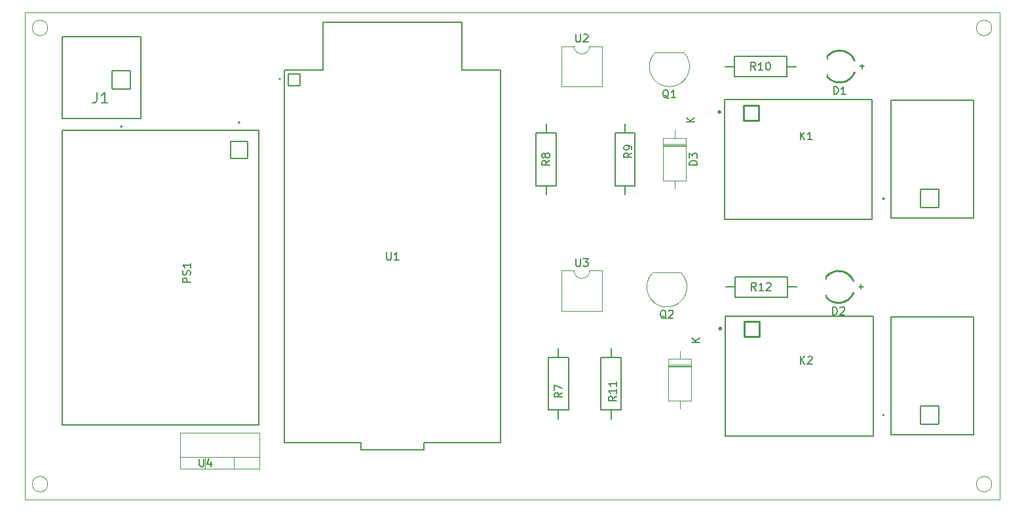
<source format=gbr>
%TF.GenerationSoftware,KiCad,Pcbnew,8.0.6-8.0.6-0~ubuntu22.04.1*%
%TF.CreationDate,2024-11-01T09:16:27+07:00*%
%TF.ProjectId,projectGATE,70726f6a-6563-4744-9741-54452e6b6963,rev?*%
%TF.SameCoordinates,Original*%
%TF.FileFunction,Legend,Top*%
%TF.FilePolarity,Positive*%
%FSLAX46Y46*%
G04 Gerber Fmt 4.6, Leading zero omitted, Abs format (unit mm)*
G04 Created by KiCad (PCBNEW 8.0.6-8.0.6-0~ubuntu22.04.1) date 2024-11-01 09:16:27*
%MOMM*%
%LPD*%
G01*
G04 APERTURE LIST*
G04 Aperture macros list*
%AMRoundRect*
0 Rectangle with rounded corners*
0 $1 Rounding radius*
0 $2 $3 $4 $5 $6 $7 $8 $9 X,Y pos of 4 corners*
0 Add a 4 corners polygon primitive as box body*
4,1,4,$2,$3,$4,$5,$6,$7,$8,$9,$2,$3,0*
0 Add four circle primitives for the rounded corners*
1,1,$1+$1,$2,$3*
1,1,$1+$1,$4,$5*
1,1,$1+$1,$6,$7*
1,1,$1+$1,$8,$9*
0 Add four rect primitives between the rounded corners*
20,1,$1+$1,$2,$3,$4,$5,0*
20,1,$1+$1,$4,$5,$6,$7,0*
20,1,$1+$1,$6,$7,$8,$9,0*
20,1,$1+$1,$8,$9,$2,$3,0*%
G04 Aperture macros list end*
%ADD10C,0.150000*%
%ADD11C,0.120000*%
%ADD12C,0.200000*%
%ADD13C,0.220000*%
%ADD14C,0.127000*%
%ADD15C,0.300000*%
%ADD16R,2.200000X2.200000*%
%ADD17O,2.200000X2.200000*%
%ADD18C,1.712000*%
%ADD19R,1.905000X2.000000*%
%ADD20O,1.905000X2.000000*%
%ADD21C,1.404000*%
%ADD22RoundRect,0.102000X-0.765000X-0.765000X0.765000X-0.765000X0.765000X0.765000X-0.765000X0.765000X0*%
%ADD23C,1.734000*%
%ADD24RoundRect,0.102000X-1.125000X1.125000X-1.125000X-1.125000X1.125000X-1.125000X1.125000X1.125000X0*%
%ADD25C,2.454000*%
%ADD26RoundRect,0.102000X1.200000X-1.200000X1.200000X1.200000X-1.200000X1.200000X-1.200000X-1.200000X0*%
%ADD27C,2.604000*%
%ADD28R,1.600000X1.600000*%
%ADD29O,1.600000X1.600000*%
%ADD30RoundRect,0.102000X-0.990000X-0.990000X0.990000X-0.990000X0.990000X0.990000X-0.990000X0.990000X0*%
%ADD31C,2.184000*%
%ADD32C,2.139000*%
%ADD33R,1.050000X1.500000*%
%ADD34O,1.050000X1.500000*%
%ADD35RoundRect,0.102000X1.200000X1.200000X-1.200000X1.200000X-1.200000X-1.200000X1.200000X-1.200000X0*%
%TA.AperFunction,Profile*%
%ADD36C,0.050000*%
%TD*%
G04 APERTURE END LIST*
D10*
X175924819Y-87738094D02*
X174924819Y-87738094D01*
X174924819Y-87738094D02*
X174924819Y-87499999D01*
X174924819Y-87499999D02*
X174972438Y-87357142D01*
X174972438Y-87357142D02*
X175067676Y-87261904D01*
X175067676Y-87261904D02*
X175162914Y-87214285D01*
X175162914Y-87214285D02*
X175353390Y-87166666D01*
X175353390Y-87166666D02*
X175496247Y-87166666D01*
X175496247Y-87166666D02*
X175686723Y-87214285D01*
X175686723Y-87214285D02*
X175781961Y-87261904D01*
X175781961Y-87261904D02*
X175877200Y-87357142D01*
X175877200Y-87357142D02*
X175924819Y-87499999D01*
X175924819Y-87499999D02*
X175924819Y-87738094D01*
X174924819Y-86833332D02*
X174924819Y-86214285D01*
X174924819Y-86214285D02*
X175305771Y-86547618D01*
X175305771Y-86547618D02*
X175305771Y-86404761D01*
X175305771Y-86404761D02*
X175353390Y-86309523D01*
X175353390Y-86309523D02*
X175401009Y-86261904D01*
X175401009Y-86261904D02*
X175496247Y-86214285D01*
X175496247Y-86214285D02*
X175734342Y-86214285D01*
X175734342Y-86214285D02*
X175829580Y-86261904D01*
X175829580Y-86261904D02*
X175877200Y-86309523D01*
X175877200Y-86309523D02*
X175924819Y-86404761D01*
X175924819Y-86404761D02*
X175924819Y-86690475D01*
X175924819Y-86690475D02*
X175877200Y-86785713D01*
X175877200Y-86785713D02*
X175829580Y-86833332D01*
X175554819Y-82181904D02*
X174554819Y-82181904D01*
X175554819Y-81610476D02*
X174983390Y-82039047D01*
X174554819Y-81610476D02*
X175126247Y-82181904D01*
X193451905Y-107089819D02*
X193451905Y-106089819D01*
X193451905Y-106089819D02*
X193690000Y-106089819D01*
X193690000Y-106089819D02*
X193832857Y-106137438D01*
X193832857Y-106137438D02*
X193928095Y-106232676D01*
X193928095Y-106232676D02*
X193975714Y-106327914D01*
X193975714Y-106327914D02*
X194023333Y-106518390D01*
X194023333Y-106518390D02*
X194023333Y-106661247D01*
X194023333Y-106661247D02*
X193975714Y-106851723D01*
X193975714Y-106851723D02*
X193928095Y-106946961D01*
X193928095Y-106946961D02*
X193832857Y-107042200D01*
X193832857Y-107042200D02*
X193690000Y-107089819D01*
X193690000Y-107089819D02*
X193451905Y-107089819D01*
X194404286Y-106185057D02*
X194451905Y-106137438D01*
X194451905Y-106137438D02*
X194547143Y-106089819D01*
X194547143Y-106089819D02*
X194785238Y-106089819D01*
X194785238Y-106089819D02*
X194880476Y-106137438D01*
X194880476Y-106137438D02*
X194928095Y-106185057D01*
X194928095Y-106185057D02*
X194975714Y-106280295D01*
X194975714Y-106280295D02*
X194975714Y-106375533D01*
X194975714Y-106375533D02*
X194928095Y-106518390D01*
X194928095Y-106518390D02*
X194356667Y-107089819D01*
X194356667Y-107089819D02*
X194975714Y-107089819D01*
X196785238Y-103457533D02*
X197394762Y-103457533D01*
X197090000Y-103762295D02*
X197090000Y-103152771D01*
X111598095Y-125719819D02*
X111598095Y-126529342D01*
X111598095Y-126529342D02*
X111645714Y-126624580D01*
X111645714Y-126624580D02*
X111693333Y-126672200D01*
X111693333Y-126672200D02*
X111788571Y-126719819D01*
X111788571Y-126719819D02*
X111979047Y-126719819D01*
X111979047Y-126719819D02*
X112074285Y-126672200D01*
X112074285Y-126672200D02*
X112121904Y-126624580D01*
X112121904Y-126624580D02*
X112169523Y-126529342D01*
X112169523Y-126529342D02*
X112169523Y-125719819D01*
X113074285Y-126053152D02*
X113074285Y-126719819D01*
X112836190Y-125672200D02*
X112598095Y-126386485D01*
X112598095Y-126386485D02*
X113217142Y-126386485D01*
X158454819Y-117166666D02*
X157978628Y-117499999D01*
X158454819Y-117738094D02*
X157454819Y-117738094D01*
X157454819Y-117738094D02*
X157454819Y-117357142D01*
X157454819Y-117357142D02*
X157502438Y-117261904D01*
X157502438Y-117261904D02*
X157550057Y-117214285D01*
X157550057Y-117214285D02*
X157645295Y-117166666D01*
X157645295Y-117166666D02*
X157788152Y-117166666D01*
X157788152Y-117166666D02*
X157883390Y-117214285D01*
X157883390Y-117214285D02*
X157931009Y-117261904D01*
X157931009Y-117261904D02*
X157978628Y-117357142D01*
X157978628Y-117357142D02*
X157978628Y-117738094D01*
X157454819Y-116833332D02*
X157454819Y-116166666D01*
X157454819Y-116166666D02*
X158454819Y-116595237D01*
X135788095Y-99014819D02*
X135788095Y-99824342D01*
X135788095Y-99824342D02*
X135835714Y-99919580D01*
X135835714Y-99919580D02*
X135883333Y-99967200D01*
X135883333Y-99967200D02*
X135978571Y-100014819D01*
X135978571Y-100014819D02*
X136169047Y-100014819D01*
X136169047Y-100014819D02*
X136264285Y-99967200D01*
X136264285Y-99967200D02*
X136311904Y-99919580D01*
X136311904Y-99919580D02*
X136359523Y-99824342D01*
X136359523Y-99824342D02*
X136359523Y-99014819D01*
X137359523Y-100014819D02*
X136788095Y-100014819D01*
X137073809Y-100014819D02*
X137073809Y-99014819D01*
X137073809Y-99014819D02*
X136978571Y-99157676D01*
X136978571Y-99157676D02*
X136883333Y-99252914D01*
X136883333Y-99252914D02*
X136788095Y-99300533D01*
X110439819Y-102909285D02*
X109439819Y-102909285D01*
X109439819Y-102909285D02*
X109439819Y-102528333D01*
X109439819Y-102528333D02*
X109487438Y-102433095D01*
X109487438Y-102433095D02*
X109535057Y-102385476D01*
X109535057Y-102385476D02*
X109630295Y-102337857D01*
X109630295Y-102337857D02*
X109773152Y-102337857D01*
X109773152Y-102337857D02*
X109868390Y-102385476D01*
X109868390Y-102385476D02*
X109916009Y-102433095D01*
X109916009Y-102433095D02*
X109963628Y-102528333D01*
X109963628Y-102528333D02*
X109963628Y-102909285D01*
X110392200Y-101956904D02*
X110439819Y-101814047D01*
X110439819Y-101814047D02*
X110439819Y-101575952D01*
X110439819Y-101575952D02*
X110392200Y-101480714D01*
X110392200Y-101480714D02*
X110344580Y-101433095D01*
X110344580Y-101433095D02*
X110249342Y-101385476D01*
X110249342Y-101385476D02*
X110154104Y-101385476D01*
X110154104Y-101385476D02*
X110058866Y-101433095D01*
X110058866Y-101433095D02*
X110011247Y-101480714D01*
X110011247Y-101480714D02*
X109963628Y-101575952D01*
X109963628Y-101575952D02*
X109916009Y-101766428D01*
X109916009Y-101766428D02*
X109868390Y-101861666D01*
X109868390Y-101861666D02*
X109820771Y-101909285D01*
X109820771Y-101909285D02*
X109725533Y-101956904D01*
X109725533Y-101956904D02*
X109630295Y-101956904D01*
X109630295Y-101956904D02*
X109535057Y-101909285D01*
X109535057Y-101909285D02*
X109487438Y-101861666D01*
X109487438Y-101861666D02*
X109439819Y-101766428D01*
X109439819Y-101766428D02*
X109439819Y-101528333D01*
X109439819Y-101528333D02*
X109487438Y-101385476D01*
X110439819Y-100433095D02*
X110439819Y-101004523D01*
X110439819Y-100718809D02*
X109439819Y-100718809D01*
X109439819Y-100718809D02*
X109582676Y-100814047D01*
X109582676Y-100814047D02*
X109677914Y-100909285D01*
X109677914Y-100909285D02*
X109725533Y-101004523D01*
X160248095Y-70819819D02*
X160248095Y-71629342D01*
X160248095Y-71629342D02*
X160295714Y-71724580D01*
X160295714Y-71724580D02*
X160343333Y-71772200D01*
X160343333Y-71772200D02*
X160438571Y-71819819D01*
X160438571Y-71819819D02*
X160629047Y-71819819D01*
X160629047Y-71819819D02*
X160724285Y-71772200D01*
X160724285Y-71772200D02*
X160771904Y-71724580D01*
X160771904Y-71724580D02*
X160819523Y-71629342D01*
X160819523Y-71629342D02*
X160819523Y-70819819D01*
X161248095Y-70915057D02*
X161295714Y-70867438D01*
X161295714Y-70867438D02*
X161390952Y-70819819D01*
X161390952Y-70819819D02*
X161629047Y-70819819D01*
X161629047Y-70819819D02*
X161724285Y-70867438D01*
X161724285Y-70867438D02*
X161771904Y-70915057D01*
X161771904Y-70915057D02*
X161819523Y-71010295D01*
X161819523Y-71010295D02*
X161819523Y-71105533D01*
X161819523Y-71105533D02*
X161771904Y-71248390D01*
X161771904Y-71248390D02*
X161200476Y-71819819D01*
X161200476Y-71819819D02*
X161819523Y-71819819D01*
X183547142Y-103954819D02*
X183213809Y-103478628D01*
X182975714Y-103954819D02*
X182975714Y-102954819D01*
X182975714Y-102954819D02*
X183356666Y-102954819D01*
X183356666Y-102954819D02*
X183451904Y-103002438D01*
X183451904Y-103002438D02*
X183499523Y-103050057D01*
X183499523Y-103050057D02*
X183547142Y-103145295D01*
X183547142Y-103145295D02*
X183547142Y-103288152D01*
X183547142Y-103288152D02*
X183499523Y-103383390D01*
X183499523Y-103383390D02*
X183451904Y-103431009D01*
X183451904Y-103431009D02*
X183356666Y-103478628D01*
X183356666Y-103478628D02*
X182975714Y-103478628D01*
X184499523Y-103954819D02*
X183928095Y-103954819D01*
X184213809Y-103954819D02*
X184213809Y-102954819D01*
X184213809Y-102954819D02*
X184118571Y-103097676D01*
X184118571Y-103097676D02*
X184023333Y-103192914D01*
X184023333Y-103192914D02*
X183928095Y-103240533D01*
X184880476Y-103050057D02*
X184928095Y-103002438D01*
X184928095Y-103002438D02*
X185023333Y-102954819D01*
X185023333Y-102954819D02*
X185261428Y-102954819D01*
X185261428Y-102954819D02*
X185356666Y-103002438D01*
X185356666Y-103002438D02*
X185404285Y-103050057D01*
X185404285Y-103050057D02*
X185451904Y-103145295D01*
X185451904Y-103145295D02*
X185451904Y-103240533D01*
X185451904Y-103240533D02*
X185404285Y-103383390D01*
X185404285Y-103383390D02*
X184832857Y-103954819D01*
X184832857Y-103954819D02*
X185451904Y-103954819D01*
X189261835Y-113454863D02*
X189261835Y-112454769D01*
X189833317Y-113454863D02*
X189404706Y-112883381D01*
X189833317Y-112454769D02*
X189261835Y-113026251D01*
X190214306Y-112550016D02*
X190261929Y-112502393D01*
X190261929Y-112502393D02*
X190357176Y-112454769D01*
X190357176Y-112454769D02*
X190595294Y-112454769D01*
X190595294Y-112454769D02*
X190690541Y-112502393D01*
X190690541Y-112502393D02*
X190738164Y-112550016D01*
X190738164Y-112550016D02*
X190785788Y-112645263D01*
X190785788Y-112645263D02*
X190785788Y-112740510D01*
X190785788Y-112740510D02*
X190738164Y-112883381D01*
X190738164Y-112883381D02*
X190166682Y-113454863D01*
X190166682Y-113454863D02*
X190785788Y-113454863D01*
X171904761Y-107610057D02*
X171809523Y-107562438D01*
X171809523Y-107562438D02*
X171714285Y-107467200D01*
X171714285Y-107467200D02*
X171571428Y-107324342D01*
X171571428Y-107324342D02*
X171476190Y-107276723D01*
X171476190Y-107276723D02*
X171380952Y-107276723D01*
X171428571Y-107514819D02*
X171333333Y-107467200D01*
X171333333Y-107467200D02*
X171238095Y-107371961D01*
X171238095Y-107371961D02*
X171190476Y-107181485D01*
X171190476Y-107181485D02*
X171190476Y-106848152D01*
X171190476Y-106848152D02*
X171238095Y-106657676D01*
X171238095Y-106657676D02*
X171333333Y-106562438D01*
X171333333Y-106562438D02*
X171428571Y-106514819D01*
X171428571Y-106514819D02*
X171619047Y-106514819D01*
X171619047Y-106514819D02*
X171714285Y-106562438D01*
X171714285Y-106562438D02*
X171809523Y-106657676D01*
X171809523Y-106657676D02*
X171857142Y-106848152D01*
X171857142Y-106848152D02*
X171857142Y-107181485D01*
X171857142Y-107181485D02*
X171809523Y-107371961D01*
X171809523Y-107371961D02*
X171714285Y-107467200D01*
X171714285Y-107467200D02*
X171619047Y-107514819D01*
X171619047Y-107514819D02*
X171428571Y-107514819D01*
X172238095Y-106610057D02*
X172285714Y-106562438D01*
X172285714Y-106562438D02*
X172380952Y-106514819D01*
X172380952Y-106514819D02*
X172619047Y-106514819D01*
X172619047Y-106514819D02*
X172714285Y-106562438D01*
X172714285Y-106562438D02*
X172761904Y-106610057D01*
X172761904Y-106610057D02*
X172809523Y-106705295D01*
X172809523Y-106705295D02*
X172809523Y-106800533D01*
X172809523Y-106800533D02*
X172761904Y-106943390D01*
X172761904Y-106943390D02*
X172190476Y-107514819D01*
X172190476Y-107514819D02*
X172809523Y-107514819D01*
X193591905Y-78589819D02*
X193591905Y-77589819D01*
X193591905Y-77589819D02*
X193830000Y-77589819D01*
X193830000Y-77589819D02*
X193972857Y-77637438D01*
X193972857Y-77637438D02*
X194068095Y-77732676D01*
X194068095Y-77732676D02*
X194115714Y-77827914D01*
X194115714Y-77827914D02*
X194163333Y-78018390D01*
X194163333Y-78018390D02*
X194163333Y-78161247D01*
X194163333Y-78161247D02*
X194115714Y-78351723D01*
X194115714Y-78351723D02*
X194068095Y-78446961D01*
X194068095Y-78446961D02*
X193972857Y-78542200D01*
X193972857Y-78542200D02*
X193830000Y-78589819D01*
X193830000Y-78589819D02*
X193591905Y-78589819D01*
X195115714Y-78589819D02*
X194544286Y-78589819D01*
X194830000Y-78589819D02*
X194830000Y-77589819D01*
X194830000Y-77589819D02*
X194734762Y-77732676D01*
X194734762Y-77732676D02*
X194639524Y-77827914D01*
X194639524Y-77827914D02*
X194544286Y-77875533D01*
X196925238Y-74957533D02*
X197534762Y-74957533D01*
X197230000Y-75262295D02*
X197230000Y-74652771D01*
X98330833Y-78314866D02*
X98330833Y-79314866D01*
X98330833Y-79314866D02*
X98264166Y-79514866D01*
X98264166Y-79514866D02*
X98130833Y-79648200D01*
X98130833Y-79648200D02*
X97930833Y-79714866D01*
X97930833Y-79714866D02*
X97797500Y-79714866D01*
X99730833Y-79714866D02*
X98930833Y-79714866D01*
X99330833Y-79714866D02*
X99330833Y-78314866D01*
X99330833Y-78314866D02*
X99197500Y-78514866D01*
X99197500Y-78514866D02*
X99064167Y-78648200D01*
X99064167Y-78648200D02*
X98930833Y-78714866D01*
X160248095Y-99849819D02*
X160248095Y-100659342D01*
X160248095Y-100659342D02*
X160295714Y-100754580D01*
X160295714Y-100754580D02*
X160343333Y-100802200D01*
X160343333Y-100802200D02*
X160438571Y-100849819D01*
X160438571Y-100849819D02*
X160629047Y-100849819D01*
X160629047Y-100849819D02*
X160724285Y-100802200D01*
X160724285Y-100802200D02*
X160771904Y-100754580D01*
X160771904Y-100754580D02*
X160819523Y-100659342D01*
X160819523Y-100659342D02*
X160819523Y-99849819D01*
X161200476Y-99849819D02*
X161819523Y-99849819D01*
X161819523Y-99849819D02*
X161486190Y-100230771D01*
X161486190Y-100230771D02*
X161629047Y-100230771D01*
X161629047Y-100230771D02*
X161724285Y-100278390D01*
X161724285Y-100278390D02*
X161771904Y-100326009D01*
X161771904Y-100326009D02*
X161819523Y-100421247D01*
X161819523Y-100421247D02*
X161819523Y-100659342D01*
X161819523Y-100659342D02*
X161771904Y-100754580D01*
X161771904Y-100754580D02*
X161724285Y-100802200D01*
X161724285Y-100802200D02*
X161629047Y-100849819D01*
X161629047Y-100849819D02*
X161343333Y-100849819D01*
X161343333Y-100849819D02*
X161248095Y-100802200D01*
X161248095Y-100802200D02*
X161200476Y-100754580D01*
X183457142Y-75454819D02*
X183123809Y-74978628D01*
X182885714Y-75454819D02*
X182885714Y-74454819D01*
X182885714Y-74454819D02*
X183266666Y-74454819D01*
X183266666Y-74454819D02*
X183361904Y-74502438D01*
X183361904Y-74502438D02*
X183409523Y-74550057D01*
X183409523Y-74550057D02*
X183457142Y-74645295D01*
X183457142Y-74645295D02*
X183457142Y-74788152D01*
X183457142Y-74788152D02*
X183409523Y-74883390D01*
X183409523Y-74883390D02*
X183361904Y-74931009D01*
X183361904Y-74931009D02*
X183266666Y-74978628D01*
X183266666Y-74978628D02*
X182885714Y-74978628D01*
X184409523Y-75454819D02*
X183838095Y-75454819D01*
X184123809Y-75454819D02*
X184123809Y-74454819D01*
X184123809Y-74454819D02*
X184028571Y-74597676D01*
X184028571Y-74597676D02*
X183933333Y-74692914D01*
X183933333Y-74692914D02*
X183838095Y-74740533D01*
X185028571Y-74454819D02*
X185123809Y-74454819D01*
X185123809Y-74454819D02*
X185219047Y-74502438D01*
X185219047Y-74502438D02*
X185266666Y-74550057D01*
X185266666Y-74550057D02*
X185314285Y-74645295D01*
X185314285Y-74645295D02*
X185361904Y-74835771D01*
X185361904Y-74835771D02*
X185361904Y-75073866D01*
X185361904Y-75073866D02*
X185314285Y-75264342D01*
X185314285Y-75264342D02*
X185266666Y-75359580D01*
X185266666Y-75359580D02*
X185219047Y-75407200D01*
X185219047Y-75407200D02*
X185123809Y-75454819D01*
X185123809Y-75454819D02*
X185028571Y-75454819D01*
X185028571Y-75454819D02*
X184933333Y-75407200D01*
X184933333Y-75407200D02*
X184885714Y-75359580D01*
X184885714Y-75359580D02*
X184838095Y-75264342D01*
X184838095Y-75264342D02*
X184790476Y-75073866D01*
X184790476Y-75073866D02*
X184790476Y-74835771D01*
X184790476Y-74835771D02*
X184838095Y-74645295D01*
X184838095Y-74645295D02*
X184885714Y-74550057D01*
X184885714Y-74550057D02*
X184933333Y-74502438D01*
X184933333Y-74502438D02*
X185028571Y-74454819D01*
X189261835Y-84454863D02*
X189261835Y-83454769D01*
X189833317Y-84454863D02*
X189404706Y-83883381D01*
X189833317Y-83454769D02*
X189261835Y-84026251D01*
X190785788Y-84454863D02*
X190214306Y-84454863D01*
X190500047Y-84454863D02*
X190500047Y-83454769D01*
X190500047Y-83454769D02*
X190404800Y-83597640D01*
X190404800Y-83597640D02*
X190309553Y-83692887D01*
X190309553Y-83692887D02*
X190214306Y-83740510D01*
X165454819Y-117642857D02*
X164978628Y-117976190D01*
X165454819Y-118214285D02*
X164454819Y-118214285D01*
X164454819Y-118214285D02*
X164454819Y-117833333D01*
X164454819Y-117833333D02*
X164502438Y-117738095D01*
X164502438Y-117738095D02*
X164550057Y-117690476D01*
X164550057Y-117690476D02*
X164645295Y-117642857D01*
X164645295Y-117642857D02*
X164788152Y-117642857D01*
X164788152Y-117642857D02*
X164883390Y-117690476D01*
X164883390Y-117690476D02*
X164931009Y-117738095D01*
X164931009Y-117738095D02*
X164978628Y-117833333D01*
X164978628Y-117833333D02*
X164978628Y-118214285D01*
X165454819Y-116690476D02*
X165454819Y-117261904D01*
X165454819Y-116976190D02*
X164454819Y-116976190D01*
X164454819Y-116976190D02*
X164597676Y-117071428D01*
X164597676Y-117071428D02*
X164692914Y-117166666D01*
X164692914Y-117166666D02*
X164740533Y-117261904D01*
X165454819Y-115738095D02*
X165454819Y-116309523D01*
X165454819Y-116023809D02*
X164454819Y-116023809D01*
X164454819Y-116023809D02*
X164597676Y-116119047D01*
X164597676Y-116119047D02*
X164692914Y-116214285D01*
X164692914Y-116214285D02*
X164740533Y-116309523D01*
X172234761Y-79110057D02*
X172139523Y-79062438D01*
X172139523Y-79062438D02*
X172044285Y-78967200D01*
X172044285Y-78967200D02*
X171901428Y-78824342D01*
X171901428Y-78824342D02*
X171806190Y-78776723D01*
X171806190Y-78776723D02*
X171710952Y-78776723D01*
X171758571Y-79014819D02*
X171663333Y-78967200D01*
X171663333Y-78967200D02*
X171568095Y-78871961D01*
X171568095Y-78871961D02*
X171520476Y-78681485D01*
X171520476Y-78681485D02*
X171520476Y-78348152D01*
X171520476Y-78348152D02*
X171568095Y-78157676D01*
X171568095Y-78157676D02*
X171663333Y-78062438D01*
X171663333Y-78062438D02*
X171758571Y-78014819D01*
X171758571Y-78014819D02*
X171949047Y-78014819D01*
X171949047Y-78014819D02*
X172044285Y-78062438D01*
X172044285Y-78062438D02*
X172139523Y-78157676D01*
X172139523Y-78157676D02*
X172187142Y-78348152D01*
X172187142Y-78348152D02*
X172187142Y-78681485D01*
X172187142Y-78681485D02*
X172139523Y-78871961D01*
X172139523Y-78871961D02*
X172044285Y-78967200D01*
X172044285Y-78967200D02*
X171949047Y-79014819D01*
X171949047Y-79014819D02*
X171758571Y-79014819D01*
X173139523Y-79014819D02*
X172568095Y-79014819D01*
X172853809Y-79014819D02*
X172853809Y-78014819D01*
X172853809Y-78014819D02*
X172758571Y-78157676D01*
X172758571Y-78157676D02*
X172663333Y-78252914D01*
X172663333Y-78252914D02*
X172568095Y-78300533D01*
X176244819Y-110681904D02*
X175244819Y-110681904D01*
X176244819Y-110110476D02*
X175673390Y-110539047D01*
X175244819Y-110110476D02*
X175816247Y-110681904D01*
X167454819Y-86166666D02*
X166978628Y-86499999D01*
X167454819Y-86738094D02*
X166454819Y-86738094D01*
X166454819Y-86738094D02*
X166454819Y-86357142D01*
X166454819Y-86357142D02*
X166502438Y-86261904D01*
X166502438Y-86261904D02*
X166550057Y-86214285D01*
X166550057Y-86214285D02*
X166645295Y-86166666D01*
X166645295Y-86166666D02*
X166788152Y-86166666D01*
X166788152Y-86166666D02*
X166883390Y-86214285D01*
X166883390Y-86214285D02*
X166931009Y-86261904D01*
X166931009Y-86261904D02*
X166978628Y-86357142D01*
X166978628Y-86357142D02*
X166978628Y-86738094D01*
X167454819Y-85690475D02*
X167454819Y-85499999D01*
X167454819Y-85499999D02*
X167407200Y-85404761D01*
X167407200Y-85404761D02*
X167359580Y-85357142D01*
X167359580Y-85357142D02*
X167216723Y-85261904D01*
X167216723Y-85261904D02*
X167026247Y-85214285D01*
X167026247Y-85214285D02*
X166645295Y-85214285D01*
X166645295Y-85214285D02*
X166550057Y-85261904D01*
X166550057Y-85261904D02*
X166502438Y-85309523D01*
X166502438Y-85309523D02*
X166454819Y-85404761D01*
X166454819Y-85404761D02*
X166454819Y-85595237D01*
X166454819Y-85595237D02*
X166502438Y-85690475D01*
X166502438Y-85690475D02*
X166550057Y-85738094D01*
X166550057Y-85738094D02*
X166645295Y-85785713D01*
X166645295Y-85785713D02*
X166883390Y-85785713D01*
X166883390Y-85785713D02*
X166978628Y-85738094D01*
X166978628Y-85738094D02*
X167026247Y-85690475D01*
X167026247Y-85690475D02*
X167073866Y-85595237D01*
X167073866Y-85595237D02*
X167073866Y-85404761D01*
X167073866Y-85404761D02*
X167026247Y-85309523D01*
X167026247Y-85309523D02*
X166978628Y-85261904D01*
X166978628Y-85261904D02*
X166883390Y-85214285D01*
X156854819Y-87166666D02*
X156378628Y-87499999D01*
X156854819Y-87738094D02*
X155854819Y-87738094D01*
X155854819Y-87738094D02*
X155854819Y-87357142D01*
X155854819Y-87357142D02*
X155902438Y-87261904D01*
X155902438Y-87261904D02*
X155950057Y-87214285D01*
X155950057Y-87214285D02*
X156045295Y-87166666D01*
X156045295Y-87166666D02*
X156188152Y-87166666D01*
X156188152Y-87166666D02*
X156283390Y-87214285D01*
X156283390Y-87214285D02*
X156331009Y-87261904D01*
X156331009Y-87261904D02*
X156378628Y-87357142D01*
X156378628Y-87357142D02*
X156378628Y-87738094D01*
X156283390Y-86595237D02*
X156235771Y-86690475D01*
X156235771Y-86690475D02*
X156188152Y-86738094D01*
X156188152Y-86738094D02*
X156092914Y-86785713D01*
X156092914Y-86785713D02*
X156045295Y-86785713D01*
X156045295Y-86785713D02*
X155950057Y-86738094D01*
X155950057Y-86738094D02*
X155902438Y-86690475D01*
X155902438Y-86690475D02*
X155854819Y-86595237D01*
X155854819Y-86595237D02*
X155854819Y-86404761D01*
X155854819Y-86404761D02*
X155902438Y-86309523D01*
X155902438Y-86309523D02*
X155950057Y-86261904D01*
X155950057Y-86261904D02*
X156045295Y-86214285D01*
X156045295Y-86214285D02*
X156092914Y-86214285D01*
X156092914Y-86214285D02*
X156188152Y-86261904D01*
X156188152Y-86261904D02*
X156235771Y-86309523D01*
X156235771Y-86309523D02*
X156283390Y-86404761D01*
X156283390Y-86404761D02*
X156283390Y-86595237D01*
X156283390Y-86595237D02*
X156331009Y-86690475D01*
X156331009Y-86690475D02*
X156378628Y-86738094D01*
X156378628Y-86738094D02*
X156473866Y-86785713D01*
X156473866Y-86785713D02*
X156664342Y-86785713D01*
X156664342Y-86785713D02*
X156759580Y-86738094D01*
X156759580Y-86738094D02*
X156807200Y-86690475D01*
X156807200Y-86690475D02*
X156854819Y-86595237D01*
X156854819Y-86595237D02*
X156854819Y-86404761D01*
X156854819Y-86404761D02*
X156807200Y-86309523D01*
X156807200Y-86309523D02*
X156759580Y-86261904D01*
X156759580Y-86261904D02*
X156664342Y-86214285D01*
X156664342Y-86214285D02*
X156473866Y-86214285D01*
X156473866Y-86214285D02*
X156378628Y-86261904D01*
X156378628Y-86261904D02*
X156331009Y-86309523D01*
X156331009Y-86309523D02*
X156283390Y-86404761D01*
D11*
%TO.C,D3*%
X171530000Y-84280000D02*
X171530000Y-89720000D01*
X171530000Y-89720000D02*
X174470000Y-89720000D01*
X173000000Y-83260000D02*
X173000000Y-84280000D01*
X173000000Y-90740000D02*
X173000000Y-89720000D01*
X174470000Y-84280000D02*
X171530000Y-84280000D01*
X174470000Y-85060000D02*
X171530000Y-85060000D01*
X174470000Y-85180000D02*
X171530000Y-85180000D01*
X174470000Y-85300000D02*
X171530000Y-85300000D01*
X174470000Y-89720000D02*
X174470000Y-84280000D01*
D12*
%TO.C,D2*%
X192590000Y-102500000D02*
X192590000Y-102180000D01*
X192590000Y-104500000D02*
X192590000Y-104820000D01*
D13*
X192589999Y-102180000D02*
G75*
G02*
X196120000Y-102730000I1599290J-1338561D01*
G01*
X196120000Y-104270000D02*
G75*
G02*
X192589999Y-104820000I-1930711J788561D01*
G01*
D11*
%TO.C,U4*%
X109090000Y-127020000D02*
X109090000Y-122379000D01*
X112359000Y-127020000D02*
X112359000Y-125510000D01*
X116060000Y-127020000D02*
X116060000Y-125510000D01*
X119330000Y-122379000D02*
X109090000Y-122379000D01*
X119330000Y-125510000D02*
X109090000Y-125510000D01*
X119330000Y-127020000D02*
X109090000Y-127020000D01*
X119330000Y-127020000D02*
X119330000Y-122379000D01*
D14*
%TO.C,R7*%
X156700000Y-112600000D02*
X156700000Y-119400000D01*
X156700000Y-119400000D02*
X158000000Y-119400000D01*
X158000000Y-111420000D02*
X158000000Y-112600000D01*
X158000000Y-112600000D02*
X156700000Y-112600000D01*
X158000000Y-119400000D02*
X159300000Y-119400000D01*
X158000000Y-120580000D02*
X158000000Y-119400000D01*
X159300000Y-112600000D02*
X158000000Y-112600000D01*
X159300000Y-119400000D02*
X159300000Y-112600000D01*
%TO.C,U1*%
X122600000Y-75460000D02*
X122600000Y-123660000D01*
X122600000Y-123660000D02*
X132480000Y-123660000D01*
X127550000Y-69260000D02*
X145550000Y-69260000D01*
X127550000Y-75460000D02*
X122600000Y-75460000D01*
X127550000Y-75460000D02*
X127550000Y-69260000D01*
X132480000Y-123660000D02*
X132480000Y-124560000D01*
X132480000Y-124560000D02*
X140610000Y-124560000D01*
X140610000Y-123660000D02*
X150500000Y-123660000D01*
X140610000Y-124560000D02*
X140610000Y-123660000D01*
X145550000Y-69260000D02*
X145550000Y-75460000D01*
X150500000Y-75460000D02*
X145550000Y-75460000D01*
X150500000Y-123660000D02*
X150500000Y-75460000D01*
D12*
X122080000Y-76590000D02*
G75*
G02*
X121880000Y-76590000I-100000J0D01*
G01*
X121880000Y-76590000D02*
G75*
G02*
X122080000Y-76590000I100000J0D01*
G01*
D14*
%TO.C,PS1*%
X93890000Y-83200000D02*
X119290000Y-83200000D01*
X93890000Y-121300000D02*
X93890000Y-83200000D01*
X119290000Y-83200000D02*
X119290000Y-121300000D01*
X119290000Y-121300000D02*
X93890000Y-121300000D01*
D12*
X116790000Y-82250000D02*
G75*
G02*
X116590000Y-82250000I-100000J0D01*
G01*
X116590000Y-82250000D02*
G75*
G02*
X116790000Y-82250000I100000J0D01*
G01*
D14*
%TO.C,J2*%
X201000000Y-79380000D02*
X211600000Y-79380000D01*
X201000000Y-94620000D02*
X201000000Y-79380000D01*
X211600000Y-79380000D02*
X211600000Y-94620000D01*
X211600000Y-94620000D02*
X201000000Y-94620000D01*
D12*
X200100000Y-92080000D02*
G75*
G02*
X199900000Y-92080000I-100000J0D01*
G01*
X199900000Y-92080000D02*
G75*
G02*
X200100000Y-92080000I100000J0D01*
G01*
D11*
%TO.C,U2*%
X158360000Y-72365000D02*
X158360000Y-77565000D01*
X158360000Y-77565000D02*
X163660000Y-77565000D01*
X160010000Y-72365000D02*
X158360000Y-72365000D01*
X163660000Y-72365000D02*
X162010000Y-72365000D01*
X163660000Y-77565000D02*
X163660000Y-72365000D01*
X162010000Y-72365000D02*
G75*
G02*
X160010000Y-72365000I-1000000J0D01*
G01*
D14*
%TO.C,R12*%
X179610000Y-103500000D02*
X180790000Y-103500000D01*
X180790000Y-102200000D02*
X180790000Y-103500000D01*
X180790000Y-103500000D02*
X180790000Y-104800000D01*
X180790000Y-104800000D02*
X187590000Y-104800000D01*
X187590000Y-102200000D02*
X180790000Y-102200000D01*
X187590000Y-103500000D02*
X187590000Y-102200000D01*
X187590000Y-104800000D02*
X187590000Y-103500000D01*
X188770000Y-103500000D02*
X187590000Y-103500000D01*
%TO.C,K2*%
X179550000Y-107250000D02*
X198650000Y-107250000D01*
X179550000Y-122750000D02*
X179550000Y-107250000D01*
X198650000Y-107250000D02*
X198650000Y-122750000D01*
X198650000Y-122750000D02*
X179550000Y-122750000D01*
D15*
X179000000Y-108881000D02*
G75*
G02*
X178800000Y-108881000I-100000J0D01*
G01*
X178800000Y-108881000D02*
G75*
G02*
X179000000Y-108881000I100000J0D01*
G01*
D11*
%TO.C,Q2*%
X173800000Y-101650000D02*
X170200000Y-101650000D01*
X172000000Y-106100000D02*
G75*
G02*
X170161522Y-101661522I0J2600000D01*
G01*
X173838478Y-101661522D02*
G75*
G02*
X172000000Y-106100001I-1838478J-1838478D01*
G01*
D12*
%TO.C,D1*%
X192730000Y-74000000D02*
X192730000Y-73680000D01*
X192730000Y-76000000D02*
X192730000Y-76320000D01*
D13*
X192729999Y-73680000D02*
G75*
G02*
X196260000Y-74230000I1599290J-1338561D01*
G01*
X196260000Y-75770000D02*
G75*
G02*
X192729999Y-76320000I-1930711J788561D01*
G01*
D14*
%TO.C,J1*%
X93880000Y-71150000D02*
X104040000Y-71150000D01*
X93880000Y-81750000D02*
X93880000Y-71150000D01*
X104040000Y-71150000D02*
X104040000Y-81750000D01*
X104040000Y-81750000D02*
X93880000Y-81750000D01*
D12*
X101600000Y-82750000D02*
G75*
G02*
X101400000Y-82750000I-100000J0D01*
G01*
X101400000Y-82750000D02*
G75*
G02*
X101600000Y-82750000I100000J0D01*
G01*
D11*
%TO.C,U3*%
X158360000Y-101395000D02*
X158360000Y-106595000D01*
X158360000Y-106595000D02*
X163660000Y-106595000D01*
X160010000Y-101395000D02*
X158360000Y-101395000D01*
X163660000Y-101395000D02*
X162010000Y-101395000D01*
X163660000Y-106595000D02*
X163660000Y-101395000D01*
X162010000Y-101395000D02*
G75*
G02*
X160010000Y-101395000I-1000000J0D01*
G01*
D14*
%TO.C,R10*%
X179520000Y-75000000D02*
X180700000Y-75000000D01*
X180700000Y-73700000D02*
X180700000Y-75000000D01*
X180700000Y-75000000D02*
X180700000Y-76300000D01*
X180700000Y-76300000D02*
X187500000Y-76300000D01*
X187500000Y-73700000D02*
X180700000Y-73700000D01*
X187500000Y-75000000D02*
X187500000Y-73700000D01*
X187500000Y-76300000D02*
X187500000Y-75000000D01*
X188680000Y-75000000D02*
X187500000Y-75000000D01*
%TO.C,K1*%
X179450000Y-79250000D02*
X198550000Y-79250000D01*
X179450000Y-94750000D02*
X179450000Y-79250000D01*
X198550000Y-79250000D02*
X198550000Y-94750000D01*
X198550000Y-94750000D02*
X179450000Y-94750000D01*
D15*
X178900000Y-80881000D02*
G75*
G02*
X178700000Y-80881000I-100000J0D01*
G01*
X178700000Y-80881000D02*
G75*
G02*
X178900000Y-80881000I100000J0D01*
G01*
D14*
%TO.C,R11*%
X163500000Y-112600000D02*
X163500000Y-119400000D01*
X163500000Y-119400000D02*
X164800000Y-119400000D01*
X164800000Y-111420000D02*
X164800000Y-112600000D01*
X164800000Y-112600000D02*
X163500000Y-112600000D01*
X164800000Y-119400000D02*
X166100000Y-119400000D01*
X164800000Y-120580000D02*
X164800000Y-119400000D01*
X166100000Y-112600000D02*
X164800000Y-112600000D01*
X166100000Y-119400000D02*
X166100000Y-112600000D01*
D11*
%TO.C,Q1*%
X174130000Y-73150000D02*
X170530000Y-73150000D01*
X172330000Y-77600000D02*
G75*
G02*
X170491522Y-73161522I0J2600000D01*
G01*
X174168478Y-73161522D02*
G75*
G02*
X172330000Y-77600001I-1838478J-1838478D01*
G01*
%TO.C,D4*%
X172220000Y-112780000D02*
X172220000Y-118220000D01*
X172220000Y-118220000D02*
X175160000Y-118220000D01*
X173690000Y-111760000D02*
X173690000Y-112780000D01*
X173690000Y-119240000D02*
X173690000Y-118220000D01*
X175160000Y-112780000D02*
X172220000Y-112780000D01*
X175160000Y-113560000D02*
X172220000Y-113560000D01*
X175160000Y-113680000D02*
X172220000Y-113680000D01*
X175160000Y-113800000D02*
X172220000Y-113800000D01*
X175160000Y-118220000D02*
X175160000Y-112780000D01*
D14*
%TO.C,J3*%
X201000000Y-107380000D02*
X211600000Y-107380000D01*
X201000000Y-122620000D02*
X201000000Y-107380000D01*
X211600000Y-107380000D02*
X211600000Y-122620000D01*
X211600000Y-122620000D02*
X201000000Y-122620000D01*
D12*
X200100000Y-120080000D02*
G75*
G02*
X199900000Y-120080000I-100000J0D01*
G01*
X199900000Y-120080000D02*
G75*
G02*
X200100000Y-120080000I100000J0D01*
G01*
D14*
%TO.C,R9*%
X165300000Y-83600000D02*
X165300000Y-90400000D01*
X165300000Y-90400000D02*
X166600000Y-90400000D01*
X166600000Y-82420000D02*
X166600000Y-83600000D01*
X166600000Y-83600000D02*
X165300000Y-83600000D01*
X166600000Y-90400000D02*
X167900000Y-90400000D01*
X166600000Y-91580000D02*
X166600000Y-90400000D01*
X167900000Y-83600000D02*
X166600000Y-83600000D01*
X167900000Y-90400000D02*
X167900000Y-83600000D01*
%TO.C,R8*%
X155100000Y-83600000D02*
X155100000Y-90400000D01*
X155100000Y-90400000D02*
X156400000Y-90400000D01*
X156400000Y-82420000D02*
X156400000Y-83600000D01*
X156400000Y-83600000D02*
X155100000Y-83600000D01*
X156400000Y-90400000D02*
X157700000Y-90400000D01*
X156400000Y-91580000D02*
X156400000Y-90400000D01*
X157700000Y-83600000D02*
X156400000Y-83600000D01*
X157700000Y-90400000D02*
X157700000Y-83600000D01*
%TD*%
%LPC*%
D16*
%TO.C,D3*%
X173000000Y-81920000D03*
D17*
X173000000Y-92080000D03*
%TD*%
D18*
%TO.C,D2*%
X195460000Y-103500000D03*
X192920000Y-103500000D03*
%TD*%
D19*
%TO.C,U4*%
X116750000Y-123750000D03*
D20*
X114210000Y-123750000D03*
X111670000Y-123750000D03*
%TD*%
D21*
%TO.C,R7*%
X158000000Y-121500000D03*
X158000000Y-110500000D03*
%TD*%
D22*
%TO.C,U1*%
X123850000Y-76710000D03*
D23*
X123850000Y-79250000D03*
X123850000Y-81790000D03*
X123850000Y-84330000D03*
X123850000Y-86870000D03*
X123850000Y-89410000D03*
X123850000Y-91950000D03*
X123850000Y-94490000D03*
X123850000Y-97030000D03*
X123850000Y-99570000D03*
X123850000Y-102110000D03*
X123850000Y-104650000D03*
X123850000Y-107190000D03*
X123850000Y-109730000D03*
X123850000Y-112270000D03*
X123850000Y-114810000D03*
X123850000Y-117350000D03*
X123850000Y-119890000D03*
X123850000Y-122430000D03*
X149250000Y-122430000D03*
X149250000Y-119890000D03*
X149250000Y-117350000D03*
X149250000Y-114810000D03*
X149250000Y-112270000D03*
X149250000Y-109730000D03*
X149250000Y-107190000D03*
X149250000Y-104650000D03*
X149250000Y-102110000D03*
X149250000Y-99570000D03*
X149250000Y-97030000D03*
X149250000Y-94490000D03*
X149250000Y-91950000D03*
X149250000Y-89410000D03*
X149250000Y-86870000D03*
X149250000Y-84330000D03*
X149250000Y-81790000D03*
X149250000Y-79250000D03*
X149250000Y-76710000D03*
%TD*%
D24*
%TO.C,PS1*%
X116750000Y-85750000D03*
D25*
X96430000Y-85750000D03*
X106590000Y-118750000D03*
X116750000Y-118750000D03*
%TD*%
D26*
%TO.C,J2*%
X206000000Y-92080000D03*
D27*
X206000000Y-87000000D03*
X206000000Y-81920000D03*
%TD*%
D28*
%TO.C,U2*%
X157200000Y-73695000D03*
D29*
X157200000Y-76235000D03*
X164820000Y-76235000D03*
X164820000Y-73695000D03*
%TD*%
D21*
%TO.C,R12*%
X189690000Y-103500000D03*
X178690000Y-103500000D03*
%TD*%
D30*
%TO.C,K2*%
X183000000Y-109000000D03*
D31*
X183000000Y-121000000D03*
D32*
X181000000Y-115000000D03*
D31*
X195200000Y-109000000D03*
X195200000Y-121000000D03*
%TD*%
D33*
%TO.C,Q2*%
X173270000Y-103500000D03*
D34*
X172000000Y-103500000D03*
X170730000Y-103500000D03*
%TD*%
D18*
%TO.C,D1*%
X195600000Y-75000000D03*
X193060000Y-75000000D03*
%TD*%
D35*
%TO.C,J1*%
X101500000Y-76750000D03*
D27*
X96420000Y-76750000D03*
%TD*%
D28*
%TO.C,U3*%
X157200000Y-102725000D03*
D29*
X157200000Y-105265000D03*
X164820000Y-105265000D03*
X164820000Y-102725000D03*
%TD*%
D21*
%TO.C,R10*%
X189600000Y-75000000D03*
X178600000Y-75000000D03*
%TD*%
D30*
%TO.C,K1*%
X182900000Y-81000000D03*
D31*
X182900000Y-93000000D03*
D32*
X180900000Y-87000000D03*
D31*
X195100000Y-81000000D03*
X195100000Y-93000000D03*
%TD*%
D21*
%TO.C,R11*%
X164800000Y-110500000D03*
X164800000Y-121500000D03*
%TD*%
D33*
%TO.C,Q1*%
X173600000Y-75000000D03*
D34*
X172330000Y-75000000D03*
X171060000Y-75000000D03*
%TD*%
D16*
%TO.C,D4*%
X173690000Y-110420000D03*
D17*
X173690000Y-120580000D03*
%TD*%
D26*
%TO.C,J3*%
X206000000Y-120080000D03*
D27*
X206000000Y-115000000D03*
X206000000Y-109920000D03*
%TD*%
D21*
%TO.C,R9*%
X166600000Y-92500000D03*
X166600000Y-81500000D03*
%TD*%
%TO.C,R8*%
X156400000Y-81500000D03*
X156400000Y-92500000D03*
%TD*%
%LPD*%
D36*
X92000000Y-129000000D02*
G75*
G02*
X90000000Y-129000000I-1000000J0D01*
G01*
X90000000Y-129000000D02*
G75*
G02*
X92000000Y-129000000I1000000J0D01*
G01*
X92000000Y-70000000D02*
G75*
G02*
X90000000Y-70000000I-1000000J0D01*
G01*
X90000000Y-70000000D02*
G75*
G02*
X92000000Y-70000000I1000000J0D01*
G01*
X214000000Y-70000000D02*
G75*
G02*
X212000000Y-70000000I-1000000J0D01*
G01*
X212000000Y-70000000D02*
G75*
G02*
X214000000Y-70000000I1000000J0D01*
G01*
X214000000Y-129000000D02*
G75*
G02*
X212000000Y-129000000I-1000000J0D01*
G01*
X212000000Y-129000000D02*
G75*
G02*
X214000000Y-129000000I1000000J0D01*
G01*
X89000000Y-68000000D02*
X215000000Y-68000000D01*
X215000000Y-131000000D01*
X89000000Y-131000000D01*
X89000000Y-68000000D01*
M02*

</source>
